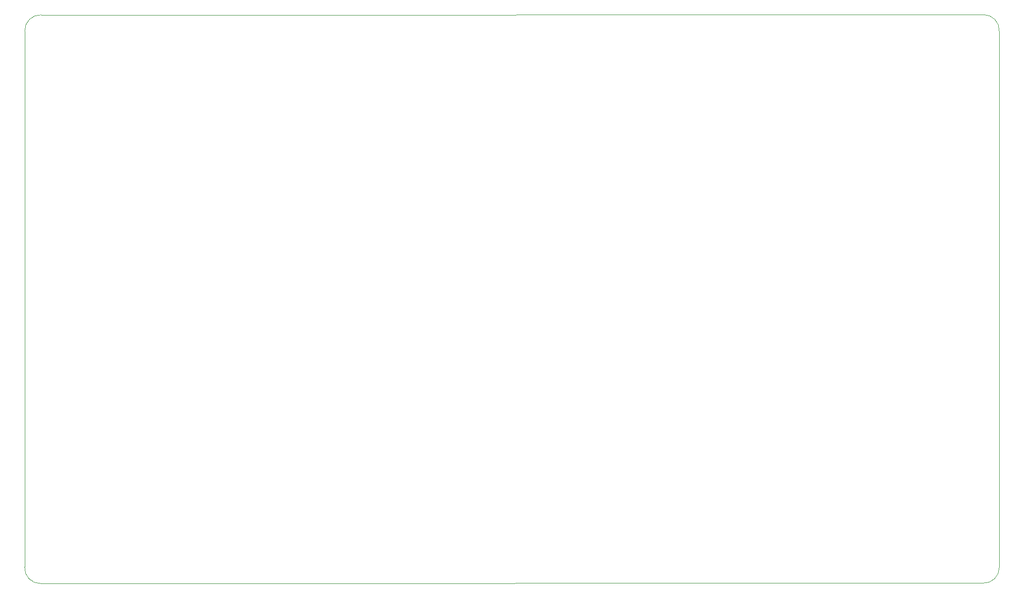
<source format=gbr>
%TF.GenerationSoftware,KiCad,Pcbnew,(6.0.0)*%
%TF.CreationDate,2022-06-20T16:18:32+01:00*%
%TF.ProjectId,RemoteLabs_supervisor_PCB,52656d6f-7465-44c6-9162-735f73757065,rev?*%
%TF.SameCoordinates,Original*%
%TF.FileFunction,Profile,NP*%
%FSLAX46Y46*%
G04 Gerber Fmt 4.6, Leading zero omitted, Abs format (unit mm)*
G04 Created by KiCad (PCBNEW (6.0.0)) date 2022-06-20 16:18:32*
%MOMM*%
%LPD*%
G01*
G04 APERTURE LIST*
%TA.AperFunction,Profile*%
%ADD10C,0.100000*%
%TD*%
G04 APERTURE END LIST*
D10*
X216560400Y-121818400D02*
G75*
G03*
X219456000Y-119024400I167643J2723708D01*
G01*
X216652603Y-22730419D02*
X52651619Y-22767797D01*
X219446603Y-25626019D02*
G75*
G03*
X216652603Y-22730419I-2723708J167643D01*
G01*
X49742598Y-119001581D02*
G75*
G03*
X52476400Y-121869200I2696438J-166315D01*
G01*
X52651619Y-22767797D02*
G75*
G03*
X49756019Y-25561797I-167643J-2723708D01*
G01*
X52476400Y-121869200D02*
X216560400Y-121818400D01*
X49756019Y-25561797D02*
X49742597Y-119001581D01*
X219456000Y-119024400D02*
X219446603Y-25626019D01*
M02*

</source>
